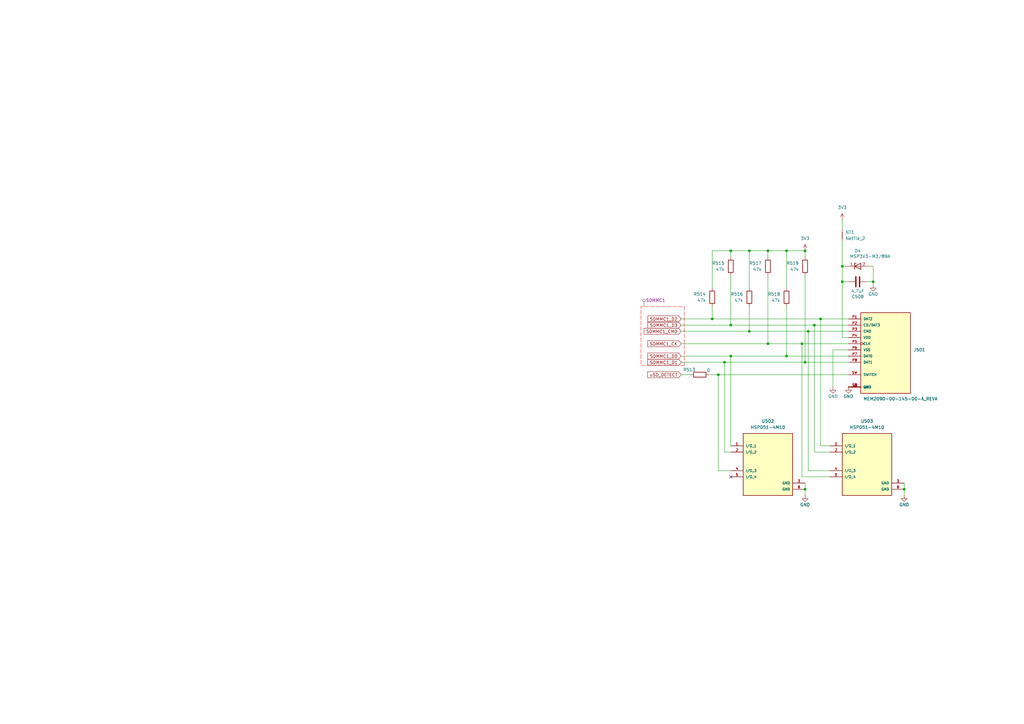
<source format=kicad_sch>
(kicad_sch (version 20250114) (generator "eeschema") (generator_version "9.0")
  (paper "A3")
  (title_block (comment 1 "Author: Mykola Grodskyi"))
  (lib_symbols
    (symbol "Device:C" (pin_numbers (hide yes)) (pin_names (offset 0.254))
      (property "Reference" "C" (at 0.635 2.54 0))
      (property "Value" "C" (at 0.635 -2.54 0))
      (symbol "C_0_1"
        (polyline (pts (xy -2.032 0.762) (xy 2.032 0.762)) (stroke (width 0.508)))
        (polyline (pts (xy -2.032 -0.762) (xy 2.032 -0.762)) (stroke (width 0.508)))
      )
      (symbol "C_1_1"
        (pin passive line (at 0 3.81 270) (length 2.794) (name "~") (number "1"))
        (pin passive line (at 0 -3.81 90) (length 2.794) (name "~") (number "2"))
      )
    )
    (symbol "Device:NetTie_2" (pin_numbers (hide yes)) (pin_names (offset 0) (hide yes)) (in_bom no)
      (property "Reference" "NT" (at 0 1.27 0))
      (property "Value" "NetTie_2" (at 0 -1.27 0))
      (symbol "NetTie_2_0_1"
        (polyline (pts (xy -1.27 0) (xy 1.27 0)) (stroke (width 0.254)))
      )
      (symbol "NetTie_2_1_1"
        (pin passive line (at -2.54 0 0) (length 2.54) (name "1") (number "1"))
        (pin passive line (at 2.54 0 180) (length 2.54) (name "2") (number "2"))
      )
    )
    (symbol "Device:R" (pin_numbers (hide yes)) (pin_names (offset 0))
      (property "Reference" "R" (at 2.032 0 90))
      (property "Value" "R" (at 0 0 90))
      (symbol "R_0_1"
        (rectangle (start -1.016 -2.54) (end 1.016 2.54) (stroke (width 0.254)))
      )
      (symbol "R_1_1"
        (pin passive line (at 0 3.81 270) (length 1.27) (name "~") (number "1"))
        (pin passive line (at 0 -3.81 90) (length 1.27) (name "~") (number "2"))
      )
    )
    (symbol "HSP051-4M10:HSP051-4M10" (pin_names (offset 1.016))
      (property "Reference" "U4" (at 0 17.78 0))
      (property "Value" "HSP051-4M10" (at 0 15.24 0))
      (symbol "HSP051-4M10_0_0"
        (rectangle (start -10.16 -12.7) (end 10.16 12.7) (stroke (width 0.254)) (fill (type background)))
        (pin passive line (at -15.24 7.62 0) (length 5.08) (name "I/O_1") (number "1"))
        (pin passive line (at -15.24 5.08 0) (length 5.08) (name "I/O_2") (number "2"))
        (pin passive line (at -15.24 -2.54 0) (length 5.08) (name "I/O_3") (number "4"))
        (pin passive line (at -15.24 -5.08 0) (length 5.08) (name "I/O_4") (number "5"))
        (pin power_in line (at 15.24 -7.62 180) (length 5.08) (name "GND") (number "3"))
        (pin power_in line (at 15.24 -10.16 180) (length 5.08) (name "GND") (number "8"))
      )
      (symbol "HSP051-4M10_1_0"
        (pin passive line (at -15.24 7.62 0) (length 5.08) (hide yes) (name "NC") (number "10"))
        (pin passive line (at -15.24 5.08 0) (length 5.08) (hide yes) (name "NC") (number "9"))
        (pin passive line (at -15.24 -2.54 0) (length 5.08) (hide yes) (name "NC") (number "7"))
        (pin passive line (at -15.24 -5.08 0) (length 5.08) (hide yes) (name "NC") (number "6"))
      )
    )
    (symbol "MEM2090-00-145-00-A_REVA:MEM2090-00-145-00-A_REVA" (pin_names (offset 1.016))
      (property "Reference" "J" (at -10.16 16.002 0))
      (property "Value" "MEM2090-00-145-00-A_REVA" (at -10.16 -20.32 0))
      (symbol "MEM2090-00-145-00-A_REVA_0_0"
        (rectangle (start -10.16 -17.78) (end 10.16 15.24) (stroke (width 0.254)) (fill (type background)))
        (pin bidirectional line (at -15.24 12.7 0) (length 5.08) (name "DAT2") (number "P1"))
        (pin bidirectional line (at -15.24 10.16 0) (length 5.08) (name "CD/DAT3") (number "P2"))
        (pin input line (at -15.24 7.62 0) (length 5.08) (name "CMD") (number "P3"))
        (pin power_in line (at -15.24 5.08 0) (length 5.08) (name "VDD") (number "P4"))
        (pin input clock (at -15.24 2.54 0) (length 5.08) (name "CLK") (number "P5"))
        (pin power_in line (at -15.24 0 0) (length 5.08) (name "VSS") (number "P6"))
        (pin bidirectional line (at -15.24 -2.54 0) (length 5.08) (name "DAT0") (number "P7"))
        (pin bidirectional line (at -15.24 -5.08 0) (length 5.08) (name "DAT1") (number "P8"))
        (pin bidirectional line (at -15.24 -10.16 0) (length 5.08) (name "SWITCH") (number "SW"))
        (pin power_in line (at -15.24 -15.24 0) (length 5.08) (name "GND") (number "G1"))
        (pin power_in line (at -15.24 -15.24 0) (length 5.08) (name "GND") (number "G2"))
        (pin power_in line (at -15.24 -15.24 0) (length 5.08) (name "GND") (number "G3"))
        (pin power_in line (at -15.24 -15.24 0) (length 5.08) (name "GND") (number "G4"))
        (pin power_in line (at -15.24 -15.24 0) (length 5.08) (name "GND") (number "G5"))
        (pin power_in line (at -15.24 -15.24 0) (length 5.08) (name "GND") (number "G6"))
      )
    )
    (symbol "PTVS3V3S1UR:PTVS3V3S1UR" (pin_names (offset 1.016))
      (property "Reference" "D" (at -5.08 2.54 0))
      (symbol "PTVS3V3S1UR_0_0"
        (polyline (pts (xy -1.27 0) (xy -1.27 1.27)) (stroke (width 0.254)))
        (polyline (pts (xy -1.27 0) (xy 1.27 -1.27)) (stroke (width 0.254)))
        (polyline (pts (xy -1.27 -1.27) (xy -1.27 0)) (stroke (width 0.254)))
        (polyline (pts (xy -0.635 -1.27) (xy -1.27 -1.27)) (stroke (width 0.254)))
        (polyline (pts (xy 1.27 1.27) (xy -1.27 0)) (stroke (width 0.254)))
        (polyline (pts (xy 1.27 -1.27) (xy 1.27 1.27)) (stroke (width 0.254)))
      )
      (symbol "PTVS3V3S1UR_1_0"
        (pin passive line (at -5.08 0 0) (length 5.08) (name "~") (number "1"))
        (pin passive line (at 5.08 0 180) (length 5.08) (name "~") (number "2"))
      )
    )
    (symbol "power:+3.3V" (power) (pin_numbers (hide yes)) (pin_names (offset 0) (hide yes))
      (property "Value" "+3.3V" (at 0 3.556 0))
      (symbol "+3.3V_0_1"
        (polyline (pts (xy -0.762 1.27) (xy 0 2.54)))
        (polyline (pts (xy 0 2.54) (xy 0.762 1.27)))
        (polyline (pts (xy 0 0) (xy 0 2.54)))
      )
      (symbol "+3.3V_1_1"
        (pin power_in line (at 0 0 90) (length 0) (name "~") (number "1"))
      )
    )
    (symbol "power:GND" (power) (pin_numbers (hide yes)) (pin_names (offset 0) (hide yes))
      (property "Value" "GND" (at 0 -3.81 0))
      (symbol "GND_0_1"
        (polyline (pts (xy 0 0) (xy 0 -1.27) (xy 1.27 -1.27) (xy 0 -2.54) (xy -1.27 -1.27) (xy 0 -1.27)))
      )
      (symbol "GND_1_1"
        (pin power_in line (at 0 0 270) (length 0) (name "~") (number "1"))
      )
    )
  )
  (junction (at 345.44 109.22))
  (junction (at 322.58 146.05))
  (junction (at 330.2 148.59))
  (junction (at 370.84 200.66))
  (junction (at 328.93 140.97))
  (junction (at 358.14 115.57))
  (junction (at 314.96 140.97))
  (junction (at 345.44 115.57))
  (junction (at 330.2 102.87))
  (junction (at 334.01 133.35))
  (junction (at 322.58 102.87))
  (junction (at 307.34 135.89))
  (junction (at 297.18 148.59))
  (junction (at 292.1 130.81))
  (junction (at 294.64 153.67))
  (junction (at 314.96 102.87))
  (junction (at 331.47 135.89))
  (junction (at 299.72 146.05))
  (junction (at 336.55 130.81))
  (junction (at 299.72 102.87))
  (junction (at 330.2 200.66))
  (junction (at 307.34 102.87))
  (junction (at 299.72 133.35))
  (no_connect (at 299.72 195.58))
  (wire (pts (xy 345.44 115.57) (xy 347.98 115.57)))
  (wire (pts (xy 279.4 146.05) (xy 299.72 146.05)))
  (wire (pts (xy 370.84 200.66) (xy 370.84 203.2)))
  (wire (pts (xy 307.34 135.89) (xy 331.47 135.89)))
  (wire (pts (xy 322.58 125.73) (xy 322.58 146.05)))
  (wire (pts (xy 314.96 102.87) (xy 314.96 105.41)))
  (wire (pts (xy 358.14 115.57) (xy 355.6 115.57)))
  (wire (pts (xy 299.72 146.05) (xy 322.58 146.05)))
  (wire (pts (xy 279.4 153.67) (xy 283.21 153.67)))
  (wire (pts (xy 279.4 140.97) (xy 314.96 140.97)))
  (wire (pts (xy 340.36 182.88) (xy 336.55 182.88)))
  (wire (pts (xy 279.4 148.59) (xy 297.18 148.59)))
  (wire (pts (xy 340.36 195.58) (xy 328.93 195.58)))
  (wire (pts (xy 307.34 125.73) (xy 307.34 135.89)))
  (wire (pts (xy 331.47 135.89) (xy 331.47 193.04)))
  (wire (pts (xy 299.72 113.03) (xy 299.72 133.35)))
  (wire (pts (xy 279.4 133.35) (xy 299.72 133.35)))
  (wire (pts (xy 334.01 133.35) (xy 347.98 133.35)))
  (wire (pts (xy 347.98 143.51) (xy 341.63 143.51)))
  (wire (pts (xy 330.2 198.12) (xy 330.2 200.66)))
  (wire (pts (xy 299.72 193.04) (xy 294.64 193.04)))
  (wire (pts (xy 345.44 115.57) (xy 345.44 138.43)))
  (wire (pts (xy 347.98 138.43) (xy 345.44 138.43)))
  (wire (pts (xy 322.58 102.87) (xy 314.96 102.87)))
  (wire (pts (xy 336.55 130.81) (xy 347.98 130.81)))
  (wire (pts (xy 358.14 116.84) (xy 358.14 115.57)))
  (wire (pts (xy 340.36 193.04) (xy 331.47 193.04)))
  (wire (pts (xy 299.72 133.35) (xy 334.01 133.35)))
  (wire (pts (xy 314.96 102.87) (xy 307.34 102.87)))
  (wire (pts (xy 322.58 118.11) (xy 322.58 102.87)))
  (wire (pts (xy 345.44 109.22) (xy 346.71 109.22)))
  (wire (pts (xy 279.4 135.89) (xy 307.34 135.89)))
  (wire (pts (xy 370.84 198.12) (xy 370.84 200.66)))
  (wire (pts (xy 292.1 102.87) (xy 299.72 102.87)))
  (wire (pts (xy 292.1 118.11) (xy 292.1 102.87)))
  (wire (pts (xy 294.64 153.67) (xy 347.98 153.67)))
  (wire (pts (xy 297.18 148.59) (xy 330.2 148.59)))
  (wire (pts (xy 328.93 140.97) (xy 347.98 140.97)))
  (wire (pts (xy 307.34 102.87) (xy 299.72 102.87)))
  (wire (pts (xy 292.1 125.73) (xy 292.1 130.81)))
  (wire (pts (xy 358.14 109.22) (xy 358.14 115.57)))
  (wire (pts (xy 314.96 140.97) (xy 328.93 140.97)))
  (wire (pts (xy 345.44 109.22) (xy 345.44 115.57)))
  (wire (pts (xy 331.47 135.89) (xy 347.98 135.89)))
  (wire (pts (xy 299.72 185.42) (xy 297.18 185.42)))
  (wire (pts (xy 334.01 133.35) (xy 334.01 185.42)))
  (wire (pts (xy 345.44 90.17) (xy 345.44 93.98)))
  (wire (pts (xy 340.36 185.42) (xy 334.01 185.42)))
  (wire (pts (xy 297.18 148.59) (xy 297.18 185.42)))
  (wire (pts (xy 330.2 113.03) (xy 330.2 148.59)))
  (wire (pts (xy 336.55 182.88) (xy 336.55 130.81)))
  (wire (pts (xy 322.58 146.05) (xy 347.98 146.05)))
  (wire (pts (xy 299.72 146.05) (xy 299.72 182.88)))
  (wire (pts (xy 294.64 193.04) (xy 294.64 153.67)))
  (wire (pts (xy 330.2 148.59) (xy 347.98 148.59)))
  (wire (pts (xy 314.96 113.03) (xy 314.96 140.97)))
  (wire (pts (xy 345.44 99.06) (xy 345.44 109.22)))
  (wire (pts (xy 330.2 102.87) (xy 322.58 102.87)))
  (wire (pts (xy 290.83 153.67) (xy 294.64 153.67)))
  (wire (pts (xy 299.72 102.87) (xy 299.72 105.41)))
  (wire (pts (xy 292.1 130.81) (xy 336.55 130.81)))
  (wire (pts (xy 356.87 109.22) (xy 358.14 109.22)))
  (wire (pts (xy 330.2 102.87) (xy 330.2 105.41)))
  (wire (pts (xy 279.4 130.81) (xy 292.1 130.81)))
  (wire (pts (xy 307.34 102.87) (xy 307.34 118.11)))
  (wire (pts (xy 328.93 140.97) (xy 328.93 195.58)))
  (wire (pts (xy 330.2 200.66) (xy 330.2 203.2)))
  (wire (pts (xy 341.63 143.51) (xy 341.63 158.75)))
  (global_label "SDMMC1_D3" (shape input) (at 279.4 133.35 180) (property "Intersheetrefs" "${INTERSHEET_REFS}" (effects (hide yes))))
  (global_label "SDMMC1_CMD" (shape input) (at 279.4 135.89 180) (property "Intersheetrefs" "${INTERSHEET_REFS}" (effects (hide yes))))
  (global_label "uSD_DETECT" (shape input) (at 279.4 153.67 180) (property "Intersheetrefs" "${INTERSHEET_REFS}" (effects (hide yes))))
  (global_label "SDMMC1_D1" (shape input) (at 279.4 148.59 180) (property "Intersheetrefs" "${INTERSHEET_REFS}" (effects (hide yes))))
  (global_label "SDMMC1_CK" (shape input) (at 279.4 140.97 180) (property "Intersheetrefs" "${INTERSHEET_REFS}" (effects (hide yes))))
  (global_label "SDMMC1_D0" (shape input) (at 279.4 146.05 180) (property "Intersheetrefs" "${INTERSHEET_REFS}" (effects (hide yes))))
  (global_label "SDMMC1_D2" (shape input) (at 279.4 130.81 180) (property "Intersheetrefs" "${INTERSHEET_REFS}" (effects (hide yes))))
  (rule_area (polyline (pts (xy 280.67 149.86) (xy 262.89 149.86) (xy 262.89 125.73) (xy 280.67 125.73)) (stroke (width 0) (type dash))))
  (netclass_flag "" (length 2.54) (shape round) (at 264.16 125.73 0) (property "Netclass" "SDMMC1" (at 264.8585 123.19 0) (effects (justify left))))
  (symbol (lib_id "Device:R") (at 330.2 109.22 0) (mirror x) (unit 1)
    (property "Reference" "R519" (at 327.66 107.9499 0) (effects (justify right)))
    (property "Value" "47k" (at 327.66 110.4899 0) (effects (justify right)))
    (property "Footprint" "Resistor_SMD:R_0402_1005Metric" (effects (hide yes)))
    (property "Description" "Resistor" (effects (hide yes)))
  )
  (symbol (lib_id "power:+3.3V") (at 330.2 102.87 0) (unit 1)
    (property "Reference" "#PWR0518" (effects (hide yes)))
    (property "Value" "3V3" (at 330.2 97.79 0))
    (property "Description" "Power symbol creates a global label with name \"+3.3V\"" (effects (hide yes)))
  )
  (symbol (lib_id "power:GND") (at 358.14 116.84 0) (unit 1)
    (property "Reference" "#PWR0516" (effects (hide yes)))
    (property "Value" "GND" (at 358.14 120.65 0))
    (property "Description" "Power symbol creates a global label with name \"GND\" , ground" (effects (hide yes)))
  )
  (symbol (lib_id "power:GND") (at 330.2 203.2 0) (unit 1)
    (property "Reference" "#PWR0512" (effects (hide yes)))
    (property "Value" "GND" (at 330.2 207.01 0))
    (property "Description" "Power symbol creates a global label with name \"GND\" , ground" (effects (hide yes)))
  )
  (symbol (lib_id "MEM2090-00-145-00-A_REVA:MEM2090-00-145-00-A_REVA") (at 363.22 143.51 0) (unit 1)
    (property "Reference" "J501" (at 374.65 143.5099 0) (effects (justify left)))
    (property "Value" "MEM2090-00-145-00-A_REVA" (at 354.076 163.576 0) (effects (justify left)))
    (property "Footprint" "lib:GCT_MEM2090-00-145-00-A_REVA" (effects (hide yes)))
    (property "MP" "MEM2090-00-145-00-A" (effects (hide yes)))
    (property "P/N" "MEM2090-00-145-00-A" (effects (hide yes)))
    (property "Mouser P/N" "640-MEM20900014500A" (effects (hide yes)))
  )
  (symbol (lib_id "Device:R") (at 287.02 153.67 90) (unit 1)
    (property "Reference" "R513" (at 282.702 151.638 90))
    (property "Value" "0" (at 290.576 151.892 90))
    (property "Footprint" "Resistor_SMD:R_0402_1005Metric" (effects (hide yes)))
    (property "Description" "Resistor" (effects (hide yes)))
  )
  (symbol (lib_id "Device:NetTie_2") (at 345.44 96.52 90) (unit 1) (in_bom no)
    (property "Reference" "NT1" (at 346.71 95.2499 90) (effects (justify right)))
    (property "Value" "NetTie_2" (at 346.71 97.7899 90) (effects (justify right)))
    (property "Footprint" "NetTie:NetTie-2_SMD_Pad0.5mm" (effects (hide yes)))
    (property "Description" "Net tie, 2 pins" (effects (hide yes)))
  )
  (symbol (lib_id "power:GND") (at 347.98 158.75 0) (unit 1)
    (property "Reference" "#PWR0515" (effects (hide yes)))
    (property "Value" "GND" (at 347.98 162.56 0))
    (property "Description" "Power symbol creates a global label with name \"GND\" , ground" (effects (hide yes)))
  )
  (symbol (lib_id "power:GND") (at 341.63 158.75 0) (unit 1)
    (property "Reference" "#PWR0513" (effects (hide yes)))
    (property "Value" "GND" (at 341.63 162.56 0))
    (property "Description" "Power symbol creates a global label with name \"GND\" , ground" (effects (hide yes)))
  )
  (symbol (lib_id "HSP051-4M10:HSP051-4M10") (at 355.6 190.5 0) (unit 1)
    (property "Reference" "U503" (at 355.6 172.72 0))
    (property "Value" "HSP051-4M10" (at 355.6 175.26 0))
    (property "Footprint" "lib:IC_HSP051-4M10" (effects (hide yes)))
    (property "MF" "STMicroelectronics" (effects (hide yes)))
    (property "MAXIMUM_PACKAGE_HEIGHT" "0.5mm" (effects (hide yes)))
    (property "Package" "UQFN-10 STMicroelectronics" (effects (hide yes)))
    (property "Description_1" "10V Clamp 1A (8/20µs) Ipp Tvs Diode Surface Mount 10-UQFN (2.5x1)" (effects (hide yes)))
    (property "MANUFACTURER" "STMicroelectronics" (effects (hide yes)))
    (property "P/N" " HSP051-4M10" (effects (hide yes)))
    (property "Mouser P/N" "511-HSP051-4M10" (effects (hide yes)))
  )
  (symbol (lib_id "power:GND") (at 370.84 203.2 0) (unit 1)
    (property "Reference" "#PWR0517" (effects (hide yes)))
    (property "Value" "GND" (at 370.84 207.01 0))
    (property "Description" "Power symbol creates a global label with name \"GND\" , ground" (effects (hide yes)))
  )
  (symbol (lib_id "power:+3.3V") (at 345.44 90.17 0) (unit 1)
    (property "Reference" "#PWR0514" (effects (hide yes)))
    (property "Value" "3V3" (at 345.44 85.09 0))
    (property "Description" "Power symbol creates a global label with name \"+3.3V\"" (effects (hide yes)))
  )
  (symbol (lib_id "PTVS3V3S1UR:PTVS3V3S1UR") (at 351.79 109.22 0) (mirror x) (unit 1)
    (property "Reference" "D4" (at 351.79 102.87 0))
    (property "Value" "MSP3V3-M3/89A" (at 356.87 105.156 0))
    (property "Footprint" "Diode_SMD:D_MicroSMP_KA" (effects (hide yes)))
    (property "MF" "NXP Semiconductors" (effects (hide yes)))
    (property "Package" "None" (effects (hide yes)))
    (property "Price" "None" (effects (hide yes)))
    (property "Check_prices" "https://www.snapeda.com/parts/PTVS3V3S1UR/NXP+Semiconductors/view-part/?ref=eda" (effects (hide yes)))
    (property "STANDARD" "Manufacturer Recommendations" (effects (hide yes)))
    (property "PARTREV" "Rev. 3" (effects (hide yes)))
    (property "SnapEDA_Link" "https://www.snapeda.com/parts/PTVS3V3S1UR/NXP+Semiconductors/view-part/?ref=snap" (effects (hide yes)))
    (property "Description_1" "TVS Diode Single Uni-Dir 3.3V 400W Automotive 2-Pin SOD-123W T/R" (effects (hide yes)))
    (property "Availability" "In Stock" (effects (hide yes)))
    (property "MANUFACTURER" "Nexperia" (effects (hide yes)))
  )
  (symbol (lib_id "Device:R") (at 314.96 109.22 0) (mirror x) (unit 1)
    (property "Reference" "R517" (at 312.42 107.9499 0) (effects (justify right)))
    (property "Value" "47k" (at 312.42 110.4899 0) (effects (justify right)))
    (property "Footprint" "Resistor_SMD:R_0402_1005Metric" (effects (hide yes)))
    (property "Description" "Resistor" (effects (hide yes)))
  )
  (symbol (lib_id "Device:R") (at 292.1 121.92 0) (mirror x) (unit 1)
    (property "Reference" "R514" (at 289.56 120.6499 0) (effects (justify right)))
    (property "Value" "47k" (at 289.56 123.1899 0) (effects (justify right)))
    (property "Footprint" "Resistor_SMD:R_0402_1005Metric" (effects (hide yes)))
    (property "Description" "Resistor" (effects (hide yes)))
  )
  (symbol (lib_id "Device:C") (at 351.79 115.57 270) (unit 1)
    (property "Reference" "C508" (at 351.79 121.666 90))
    (property "Value" "4.7uF" (at 351.79 119.38 90))
    (property "Footprint" "lib:C_0402_small" (effects (hide yes)))
    (property "Description" "Unpolarized capacitor" (effects (hide yes)))
    (property "P/N" "GRM155R60J475ME47" (effects (hide yes)))
    (property "Mouser P/N" "81-GRM155R60J475ME7J" (effects (hide yes)))
  )
  (symbol (lib_id "Device:R") (at 322.58 121.92 0) (mirror x) (unit 1)
    (property "Reference" "R518" (at 320.04 120.6499 0) (effects (justify right)))
    (property "Value" "47k" (at 320.04 123.1899 0) (effects (justify right)))
    (property "Footprint" "Resistor_SMD:R_0402_1005Metric" (effects (hide yes)))
    (property "Description" "Resistor" (effects (hide yes)))
  )
  (symbol (lib_id "HSP051-4M10:HSP051-4M10") (at 314.96 190.5 0) (unit 1)
    (property "Reference" "U502" (at 314.96 172.72 0))
    (property "Value" "HSP051-4M10" (at 314.96 175.26 0))
    (property "Footprint" "lib:IC_HSP051-4M10" (effects (hide yes)))
    (property "MF" "STMicroelectronics" (effects (hide yes)))
    (property "MAXIMUM_PACKAGE_HEIGHT" "0.5mm" (effects (hide yes)))
    (property "Package" "UQFN-10 STMicroelectronics" (effects (hide yes)))
    (property "Description_1" "10V Clamp 1A (8/20µs) Ipp Tvs Diode Surface Mount 10-UQFN (2.5x1)" (effects (hide yes)))
    (property "MANUFACTURER" "STMicroelectronics" (effects (hide yes)))
    (property "P/N" " HSP051-4M10" (effects (hide yes)))
    (property "Mouser P/N" "511-HSP051-4M10" (effects (hide yes)))
  )
  (symbol (lib_id "Device:R") (at 299.72 109.22 0) (mirror x) (unit 1)
    (property "Reference" "R515" (at 297.18 107.9499 0) (effects (justify right)))
    (property "Value" "47k" (at 297.18 110.4899 0) (effects (justify right)))
    (property "Footprint" "Resistor_SMD:R_0402_1005Metric" (effects (hide yes)))
    (property "Description" "Resistor" (effects (hide yes)))
  )
  (symbol (lib_id "Device:R") (at 307.34 121.92 0) (mirror x) (unit 1)
    (property "Reference" "R516" (at 304.8 120.6499 0) (effects (justify right)))
    (property "Value" "47k" (at 304.8 123.1899 0) (effects (justify right)))
    (property "Footprint" "Resistor_SMD:R_0402_1005Metric" (effects (hide yes)))
    (property "Description" "Resistor" (effects (hide yes)))
  )
)
</source>
